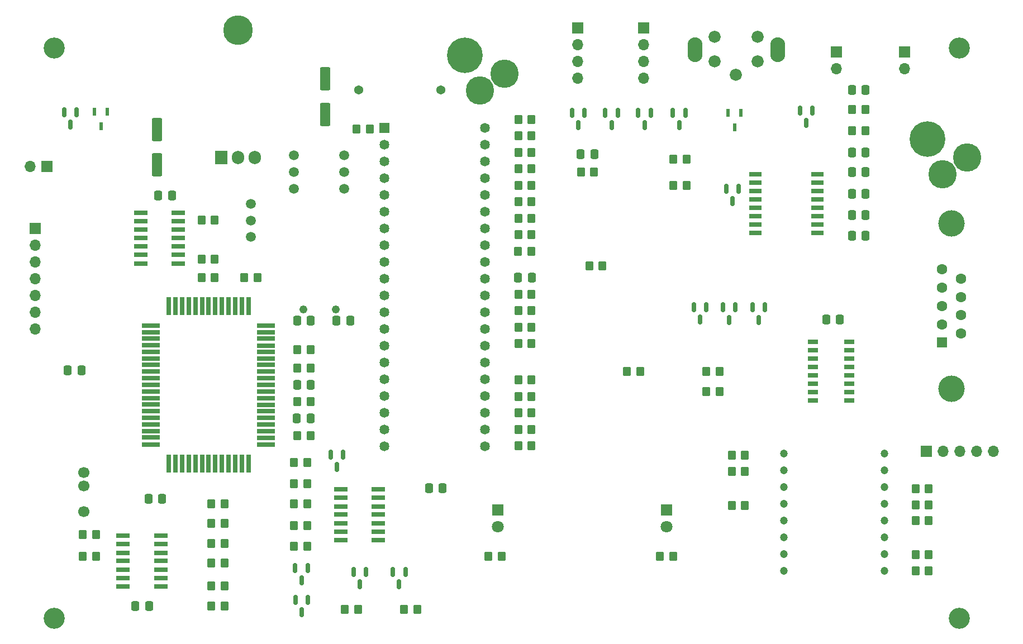
<source format=gbr>
%TF.GenerationSoftware,KiCad,Pcbnew,(6.0.2)*%
%TF.CreationDate,2022-06-17T14:25:20-05:00*%
%TF.ProjectId,Snap_Station,536e6170-5f53-4746-9174-696f6e2e6b69,rev?*%
%TF.SameCoordinates,Original*%
%TF.FileFunction,Soldermask,Top*%
%TF.FilePolarity,Negative*%
%FSLAX46Y46*%
G04 Gerber Fmt 4.6, Leading zero omitted, Abs format (unit mm)*
G04 Created by KiCad (PCBNEW (6.0.2)) date 2022-06-17 14:25:20*
%MOMM*%
%LPD*%
G01*
G04 APERTURE LIST*
G04 Aperture macros list*
%AMRoundRect*
0 Rectangle with rounded corners*
0 $1 Rounding radius*
0 $2 $3 $4 $5 $6 $7 $8 $9 X,Y pos of 4 corners*
0 Add a 4 corners polygon primitive as box body*
4,1,4,$2,$3,$4,$5,$6,$7,$8,$9,$2,$3,0*
0 Add four circle primitives for the rounded corners*
1,1,$1+$1,$2,$3*
1,1,$1+$1,$4,$5*
1,1,$1+$1,$6,$7*
1,1,$1+$1,$8,$9*
0 Add four rect primitives between the rounded corners*
20,1,$1+$1,$2,$3,$4,$5,0*
20,1,$1+$1,$4,$5,$6,$7,0*
20,1,$1+$1,$6,$7,$8,$9,0*
20,1,$1+$1,$8,$9,$2,$3,0*%
G04 Aperture macros list end*
%ADD10RoundRect,0.250000X-0.337500X-0.475000X0.337500X-0.475000X0.337500X0.475000X-0.337500X0.475000X0*%
%ADD11RoundRect,0.250000X-0.350000X-0.450000X0.350000X-0.450000X0.350000X0.450000X-0.350000X0.450000X0*%
%ADD12C,1.830000*%
%ADD13O,2.250000X3.750000*%
%ADD14R,2.740000X0.680000*%
%ADD15R,0.680000X2.740000*%
%ADD16C,3.200000*%
%ADD17RoundRect,0.250000X0.350000X0.450000X-0.350000X0.450000X-0.350000X-0.450000X0.350000X-0.450000X0*%
%ADD18R,1.925000X0.650000*%
%ADD19RoundRect,0.250000X0.550000X-1.500000X0.550000X1.500000X-0.550000X1.500000X-0.550000X-1.500000X0*%
%ADD20C,4.000000*%
%ADD21R,1.600000X1.600000*%
%ADD22C,1.600000*%
%ADD23R,1.700000X1.700000*%
%ADD24O,1.700000X1.700000*%
%ADD25RoundRect,0.150000X-0.150000X0.587500X-0.150000X-0.587500X0.150000X-0.587500X0.150000X0.587500X0*%
%ADD26C,4.500000*%
%ADD27R,1.485900X1.485900*%
%ADD28C,1.485900*%
%ADD29R,1.905000X2.000000*%
%ADD30O,1.905000X2.000000*%
%ADD31C,5.385000*%
%ADD32C,4.295000*%
%ADD33C,1.365000*%
%ADD34C,1.493000*%
%ADD35C,1.500000*%
%ADD36R,1.550000X0.700000*%
%ADD37R,2.000000X0.700000*%
%ADD38C,1.247000*%
%ADD39R,0.600000X1.200000*%
%ADD40C,1.700000*%
%ADD41C,1.200000*%
%ADD42R,1.800000X1.800000*%
%ADD43C,1.800000*%
G04 APERTURE END LIST*
D10*
%TO.C,C8*%
X98203500Y-123700000D03*
X100278500Y-123700000D03*
%TD*%
D11*
%TO.C,R25*%
X154230000Y-78694000D03*
X156230000Y-78694000D03*
%TD*%
%TO.C,R23*%
X120236000Y-127736000D03*
X122236000Y-127736000D03*
%TD*%
%TO.C,R30*%
X112734000Y-90195000D03*
X114734000Y-90195000D03*
%TD*%
%TO.C,R29*%
X106234000Y-87395000D03*
X108234000Y-87395000D03*
%TD*%
%TO.C,R26*%
X154231000Y-76196000D03*
X156231000Y-76196000D03*
%TD*%
%TO.C,R59*%
X204827000Y-67946000D03*
X206827000Y-67946000D03*
%TD*%
%TO.C,R57*%
X120235000Y-121439000D03*
X122235000Y-121439000D03*
%TD*%
%TO.C,R67*%
X107733000Y-130444000D03*
X109733000Y-130444000D03*
%TD*%
D12*
%TO.C,J4*%
X183980000Y-53708000D03*
X183979000Y-57443000D03*
X187239000Y-59474000D03*
X190480000Y-57445000D03*
X190482000Y-53690000D03*
D13*
X181022000Y-55641000D03*
X193522000Y-55673000D03*
%TD*%
D11*
%TO.C,R55*%
X177732000Y-76194000D03*
X179732000Y-76194000D03*
%TD*%
D14*
%TO.C,U5*%
X98538000Y-97443000D03*
X98535000Y-98435000D03*
X98535000Y-99427000D03*
X98535000Y-100458000D03*
X98534000Y-101454000D03*
X98534000Y-102446000D03*
X98534000Y-103394000D03*
X98533000Y-104387000D03*
X98536000Y-105379000D03*
X98533000Y-106409000D03*
X98530000Y-107444000D03*
X98534000Y-108435000D03*
X98535000Y-109428000D03*
X98534000Y-110420000D03*
X98535000Y-111412000D03*
X98533000Y-112446000D03*
X98534000Y-113435000D03*
X98534000Y-114428000D03*
X98535000Y-115458000D03*
D15*
X101273000Y-118391000D03*
X102263000Y-118391000D03*
X103296000Y-118389000D03*
X104289000Y-118389000D03*
X105320000Y-118389000D03*
X106314000Y-118392000D03*
X107307000Y-118388000D03*
X108337000Y-118392000D03*
X109328000Y-118390000D03*
X110320000Y-118389000D03*
X111311000Y-118392000D03*
X112346000Y-118389000D03*
X113374000Y-118391000D03*
D14*
X115996000Y-115482000D03*
X115996000Y-114448000D03*
X115996000Y-113456000D03*
X115996000Y-112462000D03*
X115995000Y-111432000D03*
X115996000Y-110439000D03*
X115993000Y-109449000D03*
X115995000Y-108456000D03*
X115997000Y-107464000D03*
X115995000Y-106431000D03*
X115995000Y-105402000D03*
X115995000Y-104407000D03*
X115997000Y-103414000D03*
X115996000Y-102461000D03*
X115998000Y-101474000D03*
X116000000Y-100477000D03*
X116000000Y-99447000D03*
X116000000Y-98453000D03*
X115995000Y-97461000D03*
D15*
X113379000Y-94526000D03*
X112342000Y-94522000D03*
X111315000Y-94527000D03*
X110317000Y-94522000D03*
X109327000Y-94522000D03*
X108334000Y-94523000D03*
X107304000Y-94526000D03*
X106310000Y-94523000D03*
X105320000Y-94526000D03*
X104290000Y-94523000D03*
X103294000Y-94523000D03*
X102265000Y-94522000D03*
X101271000Y-94522000D03*
%TD*%
D10*
%TO.C,C10*%
X140698500Y-122138000D03*
X142773500Y-122138000D03*
%TD*%
D16*
%TO.C,Hole3*%
X83884000Y-141793000D03*
%TD*%
D17*
%TO.C,R74*%
X156225000Y-86198000D03*
X154225000Y-86198000D03*
%TD*%
D18*
%TO.C,U11*%
X190129000Y-74498000D03*
X190129000Y-75768000D03*
X190129000Y-77038000D03*
X190129000Y-78308000D03*
X190129000Y-79578000D03*
X190129000Y-80848000D03*
X190129000Y-82118000D03*
X190129000Y-83388000D03*
X199553000Y-83388000D03*
X199553000Y-82118000D03*
X199553000Y-80848000D03*
X199553000Y-79578000D03*
X199553000Y-78308000D03*
X199553000Y-77038000D03*
X199553000Y-75768000D03*
X199553000Y-74498000D03*
%TD*%
D19*
%TO.C,C14*%
X124984000Y-65447000D03*
X124984000Y-60047000D03*
%TD*%
D10*
%TO.C,C23*%
X96195500Y-139943000D03*
X98270500Y-139943000D03*
%TD*%
D11*
%TO.C,R70*%
X88236000Y-132439000D03*
X90236000Y-132439000D03*
%TD*%
D20*
%TO.C,P1*%
X219895000Y-106987000D03*
X219895000Y-81987000D03*
D21*
X218475000Y-100027000D03*
D22*
X218475000Y-97257000D03*
X218475000Y-94487000D03*
X218475000Y-91717000D03*
X218475000Y-88947000D03*
X221315000Y-98642000D03*
X221315000Y-95872000D03*
X221315000Y-93102000D03*
X221315000Y-90332000D03*
%TD*%
D23*
%TO.C,J14*%
X163235000Y-52350000D03*
D24*
X163235000Y-54890000D03*
X163235000Y-57430000D03*
X163235000Y-59970000D03*
%TD*%
D25*
%TO.C,D9*%
X169333000Y-65199000D03*
X167433000Y-65199000D03*
X168383000Y-67074000D03*
%TD*%
D11*
%TO.C,R45*%
X154231000Y-71195000D03*
X156231000Y-71195000D03*
%TD*%
D10*
%TO.C,C3*%
X120699500Y-106441000D03*
X122774500Y-106441000D03*
%TD*%
D26*
%TO.C,7805Gnd*%
X111766000Y-52662000D03*
%TD*%
D11*
%TO.C,R14*%
X163733000Y-74195000D03*
X165733000Y-74195000D03*
%TD*%
D27*
%TO.C,U4*%
X133936000Y-67493000D03*
D28*
X133936000Y-70033000D03*
X133936000Y-72573000D03*
X133936000Y-75113000D03*
X133936000Y-77653000D03*
X133936000Y-80193000D03*
X133936000Y-82733000D03*
X133936000Y-85273000D03*
X133936000Y-87813000D03*
X133936000Y-90353000D03*
X133936000Y-92893000D03*
X133936000Y-95433000D03*
X133936000Y-97973000D03*
X133936000Y-100513000D03*
X133936000Y-103053000D03*
X133936000Y-105593000D03*
X133936000Y-108133000D03*
X133936000Y-110673000D03*
X133936000Y-113213000D03*
X133936000Y-115753000D03*
X149176000Y-115753000D03*
X149176000Y-113213000D03*
X149176000Y-110673000D03*
X149176000Y-108133000D03*
X149176000Y-105593000D03*
X149176000Y-103053000D03*
X149176000Y-100513000D03*
X149176000Y-97973000D03*
X149176000Y-95433000D03*
X149176000Y-92893000D03*
X149176000Y-90353000D03*
X149176000Y-87813000D03*
X149176000Y-85273000D03*
X149176000Y-82733000D03*
X149176000Y-80193000D03*
X149176000Y-77653000D03*
X149176000Y-75113000D03*
X149176000Y-72573000D03*
X149176000Y-70033000D03*
X149176000Y-67493000D03*
%TD*%
D29*
%TO.C,U10*%
X109232000Y-71944000D03*
D30*
X111772000Y-71944000D03*
X114312000Y-71944000D03*
%TD*%
D31*
%TO.C,J6*%
X146145000Y-56511000D03*
D32*
X148445000Y-61811000D03*
X152145000Y-59311000D03*
%TD*%
D11*
%TO.C,R77*%
X129730000Y-67695000D03*
X131730000Y-67695000D03*
%TD*%
D33*
%TO.C,F1*%
X130039000Y-61739000D03*
X142539000Y-61736000D03*
%TD*%
D11*
%TO.C,R42*%
X154233000Y-66192000D03*
X156233000Y-66192000D03*
%TD*%
D25*
%TO.C,D20*%
X179578000Y-65201000D03*
X177678000Y-65201000D03*
X178628000Y-67076000D03*
%TD*%
D10*
%TO.C,C24*%
X163703500Y-71439000D03*
X165778500Y-71439000D03*
%TD*%
D11*
%TO.C,R41*%
X107735000Y-127444000D03*
X109735000Y-127444000D03*
%TD*%
%TO.C,R64*%
X136933000Y-140443000D03*
X138933000Y-140443000D03*
%TD*%
%TO.C,R60*%
X154232000Y-81197000D03*
X156232000Y-81197000D03*
%TD*%
%TO.C,R43*%
X154233000Y-73698000D03*
X156233000Y-73698000D03*
%TD*%
%TO.C,R12*%
X186582000Y-119593000D03*
X188582000Y-119593000D03*
%TD*%
D23*
%TO.C,J2*%
X202433000Y-55946000D03*
D24*
X202433000Y-58486000D03*
%TD*%
D25*
%TO.C,D7*%
X131167000Y-134788000D03*
X129267000Y-134788000D03*
X130217000Y-136663000D03*
%TD*%
D16*
%TO.C,Hole1*%
X83883000Y-55346000D03*
%TD*%
D11*
%TO.C,R18*%
X175730000Y-132444000D03*
X177730000Y-132444000D03*
%TD*%
D23*
%TO.C,J16*%
X216069000Y-116535000D03*
D24*
X218609000Y-116535000D03*
X221149000Y-116535000D03*
X223689000Y-116535000D03*
X226229000Y-116535000D03*
%TD*%
D25*
%TO.C,D13*%
X187129000Y-94700000D03*
X185229000Y-94700000D03*
X186179000Y-96575000D03*
%TD*%
D11*
%TO.C,R34*%
X120736000Y-114103000D03*
X122736000Y-114103000D03*
%TD*%
D10*
%TO.C,C9*%
X120679500Y-111542000D03*
X122754500Y-111542000D03*
%TD*%
%TO.C,C18*%
X204783500Y-77494000D03*
X206858500Y-77494000D03*
%TD*%
D16*
%TO.C,Hole2*%
X221080000Y-55346000D03*
%TD*%
D11*
%TO.C,R56*%
X120235000Y-124434000D03*
X122235000Y-124434000D03*
%TD*%
%TO.C,R24*%
X120233000Y-130935000D03*
X122233000Y-130935000D03*
%TD*%
D34*
%TO.C,U3*%
X113740000Y-79000000D03*
X113740000Y-81500000D03*
X113740000Y-84000000D03*
%TD*%
D25*
%TO.C,D22*%
X122384000Y-139038000D03*
X120484000Y-139038000D03*
X121434000Y-140913000D03*
%TD*%
D10*
%TO.C,C21*%
X204789500Y-80698000D03*
X206864500Y-80698000D03*
%TD*%
D25*
%TO.C,D16*%
X122334000Y-134191000D03*
X120434000Y-134191000D03*
X121384000Y-136066000D03*
%TD*%
D11*
%TO.C,R63*%
X107734000Y-139944000D03*
X109734000Y-139944000D03*
%TD*%
%TO.C,R68*%
X107733000Y-133444000D03*
X109733000Y-133444000D03*
%TD*%
%TO.C,R33*%
X154230000Y-115695000D03*
X156230000Y-115695000D03*
%TD*%
D10*
%TO.C,C1*%
X200891500Y-96500000D03*
X202966500Y-96500000D03*
%TD*%
%TO.C,C19*%
X204795500Y-74195000D03*
X206870500Y-74195000D03*
%TD*%
D35*
%TO.C,S1*%
X120237000Y-71598000D03*
X120237000Y-74138000D03*
X120237000Y-76678000D03*
X127857000Y-76678000D03*
X127857000Y-74138000D03*
X127857000Y-71598000D03*
%TD*%
D11*
%TO.C,R72*%
X120238000Y-118190000D03*
X122238000Y-118190000D03*
%TD*%
D36*
%TO.C,U1*%
X198922000Y-99941000D03*
X198922000Y-101211000D03*
X198922000Y-102481000D03*
X198922000Y-103751000D03*
X198922000Y-105021000D03*
X198922000Y-106291000D03*
X198922000Y-107561000D03*
X198922000Y-108831000D03*
X204372000Y-108831000D03*
X204372000Y-107561000D03*
X204372000Y-106291000D03*
X204372000Y-105021000D03*
X204372000Y-103751000D03*
X204372000Y-102481000D03*
X204372000Y-101211000D03*
X204372000Y-99941000D03*
%TD*%
D11*
%TO.C,R36*%
X154233000Y-95196000D03*
X156233000Y-95196000D03*
%TD*%
%TO.C,R50*%
X154231000Y-105696000D03*
X156231000Y-105696000D03*
%TD*%
%TO.C,R47*%
X182731000Y-107439000D03*
X184731000Y-107439000D03*
%TD*%
%TO.C,R71*%
X88242000Y-129136000D03*
X90242000Y-129136000D03*
%TD*%
%TO.C,R62*%
X170727000Y-104440000D03*
X172727000Y-104440000D03*
%TD*%
%TO.C,R73*%
X107734000Y-124443000D03*
X109734000Y-124443000D03*
%TD*%
%TO.C,R48*%
X154233000Y-113195000D03*
X156233000Y-113195000D03*
%TD*%
D10*
%TO.C,C25*%
X204790500Y-61700000D03*
X206865500Y-61700000D03*
%TD*%
D11*
%TO.C,R2*%
X186583000Y-117143000D03*
X188583000Y-117143000D03*
%TD*%
%TO.C,R44*%
X154231000Y-68695000D03*
X156231000Y-68695000D03*
%TD*%
D10*
%TO.C,C20*%
X204795500Y-83797000D03*
X206870500Y-83797000D03*
%TD*%
D16*
%TO.C,Hole4*%
X221083000Y-141794000D03*
%TD*%
D25*
%TO.C,D19*%
X174329000Y-65198000D03*
X172429000Y-65198000D03*
X173379000Y-67073000D03*
%TD*%
D11*
%TO.C,R19*%
X214430000Y-124644000D03*
X216430000Y-124644000D03*
%TD*%
%TO.C,R40*%
X120733000Y-101136000D03*
X122733000Y-101136000D03*
%TD*%
%TO.C,R4*%
X214432000Y-122144000D03*
X216432000Y-122144000D03*
%TD*%
D10*
%TO.C,C7*%
X99696500Y-77701000D03*
X101771500Y-77701000D03*
%TD*%
D11*
%TO.C,R37*%
X154232000Y-97696000D03*
X156232000Y-97696000D03*
%TD*%
D10*
%TO.C,C6*%
X120702500Y-96699000D03*
X122777500Y-96699000D03*
%TD*%
D23*
%TO.C,J13*%
X212732000Y-55945000D03*
D24*
X212732000Y-58485000D03*
%TD*%
D11*
%TO.C,R8*%
X214432000Y-132194000D03*
X216432000Y-132194000D03*
%TD*%
%TO.C,R69*%
X107736000Y-136936000D03*
X109736000Y-136936000D03*
%TD*%
D37*
%TO.C,U13*%
X97005000Y-80348000D03*
X97006000Y-81615000D03*
X97000000Y-82929000D03*
X97007000Y-84155000D03*
X97007000Y-85466000D03*
X97006000Y-86738000D03*
X97008000Y-88048000D03*
X102721000Y-88050000D03*
X102721000Y-86739000D03*
X102719000Y-85469000D03*
X102723000Y-84157000D03*
X102722000Y-82931000D03*
X102721000Y-81623000D03*
X102721000Y-80351000D03*
%TD*%
D11*
%TO.C,R46*%
X154228000Y-110694000D03*
X156228000Y-110694000D03*
%TD*%
D23*
%TO.C,J11*%
X82781000Y-73336000D03*
D24*
X80241000Y-73336000D03*
%TD*%
D31*
%TO.C,J12*%
X216232000Y-69197000D03*
D32*
X218532000Y-74497000D03*
X222232000Y-71997000D03*
%TD*%
D11*
%TO.C,R10*%
X186580000Y-124691000D03*
X188580000Y-124691000D03*
%TD*%
%TO.C,R76*%
X177732000Y-72194000D03*
X179732000Y-72194000D03*
%TD*%
D37*
%TO.C,U7*%
X127313000Y-122294000D03*
X127314000Y-123561000D03*
X127308000Y-124875000D03*
X127315000Y-126101000D03*
X127315000Y-127412000D03*
X127314000Y-128684000D03*
X127316000Y-129994000D03*
X133029000Y-129996000D03*
X133029000Y-128685000D03*
X133027000Y-127415000D03*
X133031000Y-126103000D03*
X133030000Y-124877000D03*
X133029000Y-123569000D03*
X133029000Y-122297000D03*
%TD*%
D10*
%TO.C,C5*%
X126698500Y-96694000D03*
X128773500Y-96694000D03*
%TD*%
D38*
%TO.C,Y1*%
X121686000Y-95044000D03*
X126566000Y-95044000D03*
%TD*%
D25*
%TO.C,D8*%
X198833000Y-64845000D03*
X196933000Y-64845000D03*
X197883000Y-66720000D03*
%TD*%
D11*
%TO.C,R6*%
X214432000Y-127043000D03*
X216432000Y-127043000D03*
%TD*%
%TO.C,R38*%
X154228000Y-100197000D03*
X156228000Y-100197000D03*
%TD*%
D25*
%TO.C,D10*%
X127700000Y-116993000D03*
X125800000Y-116993000D03*
X126750000Y-118868000D03*
%TD*%
D11*
%TO.C,R35*%
X154230000Y-108194000D03*
X156230000Y-108194000D03*
%TD*%
%TO.C,R39*%
X120733000Y-103908000D03*
X122733000Y-103908000D03*
%TD*%
D39*
%TO.C,Q1*%
X187961000Y-65212000D03*
X186061000Y-65212000D03*
X187011000Y-67412000D03*
%TD*%
D40*
%TO.C,J3*%
X88433000Y-119693000D03*
X88434000Y-121721000D03*
X88438000Y-125646000D03*
%TD*%
D11*
%TO.C,R21*%
X214432000Y-134644000D03*
X216432000Y-134644000D03*
%TD*%
D39*
%TO.C,Q2*%
X91935000Y-65073000D03*
X90035000Y-65073000D03*
X90985000Y-67273000D03*
%TD*%
D11*
%TO.C,R66*%
X106235000Y-81445000D03*
X108235000Y-81445000D03*
%TD*%
D25*
%TO.C,D21*%
X187631000Y-76696000D03*
X185731000Y-76696000D03*
X186681000Y-78571000D03*
%TD*%
%TO.C,D12*%
X191625000Y-94696000D03*
X189725000Y-94696000D03*
X190675000Y-96571000D03*
%TD*%
D11*
%TO.C,R54*%
X164981000Y-88439000D03*
X166981000Y-88439000D03*
%TD*%
D25*
%TO.C,D11*%
X164279000Y-65194000D03*
X162379000Y-65194000D03*
X163329000Y-67069000D03*
%TD*%
D11*
%TO.C,R28*%
X120736000Y-108980000D03*
X122736000Y-108980000D03*
%TD*%
%TO.C,R75*%
X204827000Y-64698000D03*
X206827000Y-64698000D03*
%TD*%
%TO.C,R58*%
X154228000Y-83699000D03*
X156228000Y-83699000D03*
%TD*%
D19*
%TO.C,C11*%
X99483000Y-73116000D03*
X99483000Y-67716000D03*
%TD*%
D37*
%TO.C,U6*%
X94335000Y-129316000D03*
X94336000Y-130583000D03*
X94330000Y-131897000D03*
X94337000Y-133123000D03*
X94337000Y-134434000D03*
X94336000Y-135706000D03*
X94338000Y-137016000D03*
X100051000Y-137018000D03*
X100051000Y-135707000D03*
X100049000Y-134437000D03*
X100053000Y-133125000D03*
X100052000Y-131899000D03*
X100051000Y-130591000D03*
X100051000Y-129319000D03*
%TD*%
D11*
%TO.C,R49*%
X182729000Y-104441000D03*
X184729000Y-104441000D03*
%TD*%
%TO.C,R32*%
X154233000Y-92698000D03*
X156233000Y-92698000D03*
%TD*%
D23*
%TO.C,J15*%
X81033000Y-82694000D03*
D24*
X81033000Y-85234000D03*
X81033000Y-87774000D03*
X81033000Y-90314000D03*
X81033000Y-92854000D03*
X81033000Y-95394000D03*
X81033000Y-97934000D03*
%TD*%
D11*
%TO.C,R31*%
X106233000Y-90195000D03*
X108233000Y-90195000D03*
%TD*%
D25*
%TO.C,D14*%
X182732000Y-94694000D03*
X180832000Y-94694000D03*
X181782000Y-96569000D03*
%TD*%
%TO.C,D1*%
X137138000Y-134789000D03*
X135238000Y-134789000D03*
X136188000Y-136664000D03*
%TD*%
D11*
%TO.C,R65*%
X149733000Y-132443000D03*
X151733000Y-132443000D03*
%TD*%
%TO.C,R1*%
X127936000Y-140436000D03*
X129936000Y-140436000D03*
%TD*%
D23*
%TO.C,J8*%
X173256000Y-52352000D03*
D24*
X173256000Y-54892000D03*
X173256000Y-57432000D03*
X173256000Y-59972000D03*
%TD*%
D10*
%TO.C,C26*%
X154190500Y-90196000D03*
X156265500Y-90196000D03*
%TD*%
%TO.C,C4*%
X85949500Y-104201000D03*
X88024500Y-104201000D03*
%TD*%
%TO.C,C22*%
X204794500Y-71194000D03*
X206869500Y-71194000D03*
%TD*%
D25*
%TO.C,D17*%
X87303000Y-65145000D03*
X85403000Y-65145000D03*
X86353000Y-67020000D03*
%TD*%
D41*
%TO.C,D2*%
X209732000Y-116842000D03*
X209732000Y-119382000D03*
X209732000Y-121922000D03*
X209732000Y-124462000D03*
X209732000Y-127002000D03*
X209732000Y-129542000D03*
X209732000Y-132082000D03*
X209732000Y-134622000D03*
X194492000Y-134622000D03*
X194492000Y-132082000D03*
X194492000Y-129542000D03*
X194492000Y-127002000D03*
X194492000Y-124462000D03*
X194492000Y-121922000D03*
X194492000Y-119382000D03*
X194492000Y-116842000D03*
%TD*%
D42*
%TO.C,D6*%
X176728000Y-125436000D03*
D43*
X176728000Y-127976000D03*
%TD*%
D42*
%TO.C,D23*%
X151131000Y-125438000D03*
D43*
X151131000Y-127978000D03*
%TD*%
M02*

</source>
